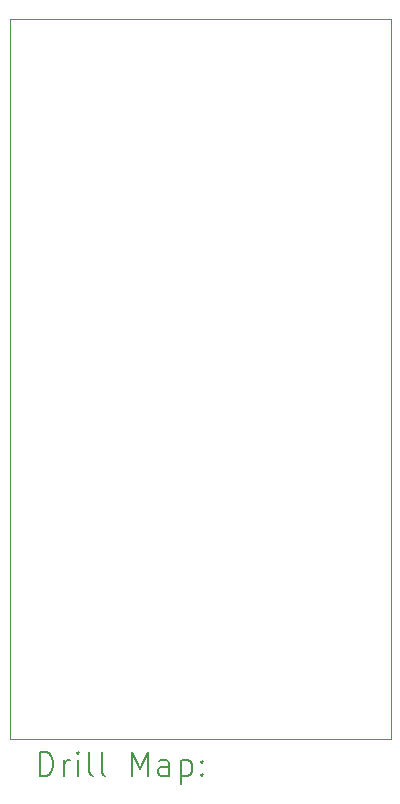
<source format=gbr>
%FSLAX45Y45*%
G04 Gerber Fmt 4.5, Leading zero omitted, Abs format (unit mm)*
G04 Created by KiCad (PCBNEW (6.0.5)) date 2024-06-24 20:21:12*
%MOMM*%
%LPD*%
G01*
G04 APERTURE LIST*
%TA.AperFunction,Profile*%
%ADD10C,0.050000*%
%TD*%
%ADD11C,0.200000*%
G04 APERTURE END LIST*
D10*
X15163800Y-14249400D02*
X15163800Y-8153400D01*
X18389600Y-14249400D02*
X15163800Y-14249400D01*
X15163800Y-8153400D02*
X18389600Y-8153400D01*
X18389600Y-8153400D02*
X18389600Y-14249400D01*
D11*
X15418919Y-14562376D02*
X15418919Y-14362376D01*
X15466538Y-14362376D01*
X15495109Y-14371900D01*
X15514157Y-14390948D01*
X15523681Y-14409995D01*
X15533205Y-14448090D01*
X15533205Y-14476662D01*
X15523681Y-14514757D01*
X15514157Y-14533805D01*
X15495109Y-14552852D01*
X15466538Y-14562376D01*
X15418919Y-14562376D01*
X15618919Y-14562376D02*
X15618919Y-14429043D01*
X15618919Y-14467138D02*
X15628443Y-14448090D01*
X15637967Y-14438567D01*
X15657014Y-14429043D01*
X15676062Y-14429043D01*
X15742728Y-14562376D02*
X15742728Y-14429043D01*
X15742728Y-14362376D02*
X15733205Y-14371900D01*
X15742728Y-14381424D01*
X15752252Y-14371900D01*
X15742728Y-14362376D01*
X15742728Y-14381424D01*
X15866538Y-14562376D02*
X15847490Y-14552852D01*
X15837967Y-14533805D01*
X15837967Y-14362376D01*
X15971300Y-14562376D02*
X15952252Y-14552852D01*
X15942728Y-14533805D01*
X15942728Y-14362376D01*
X16199871Y-14562376D02*
X16199871Y-14362376D01*
X16266538Y-14505233D01*
X16333205Y-14362376D01*
X16333205Y-14562376D01*
X16514157Y-14562376D02*
X16514157Y-14457614D01*
X16504633Y-14438567D01*
X16485586Y-14429043D01*
X16447490Y-14429043D01*
X16428443Y-14438567D01*
X16514157Y-14552852D02*
X16495109Y-14562376D01*
X16447490Y-14562376D01*
X16428443Y-14552852D01*
X16418919Y-14533805D01*
X16418919Y-14514757D01*
X16428443Y-14495709D01*
X16447490Y-14486186D01*
X16495109Y-14486186D01*
X16514157Y-14476662D01*
X16609395Y-14429043D02*
X16609395Y-14629043D01*
X16609395Y-14438567D02*
X16628443Y-14429043D01*
X16666538Y-14429043D01*
X16685586Y-14438567D01*
X16695109Y-14448090D01*
X16704633Y-14467138D01*
X16704633Y-14524281D01*
X16695109Y-14543328D01*
X16685586Y-14552852D01*
X16666538Y-14562376D01*
X16628443Y-14562376D01*
X16609395Y-14552852D01*
X16790348Y-14543328D02*
X16799871Y-14552852D01*
X16790348Y-14562376D01*
X16780824Y-14552852D01*
X16790348Y-14543328D01*
X16790348Y-14562376D01*
X16790348Y-14438567D02*
X16799871Y-14448090D01*
X16790348Y-14457614D01*
X16780824Y-14448090D01*
X16790348Y-14438567D01*
X16790348Y-14457614D01*
M02*

</source>
